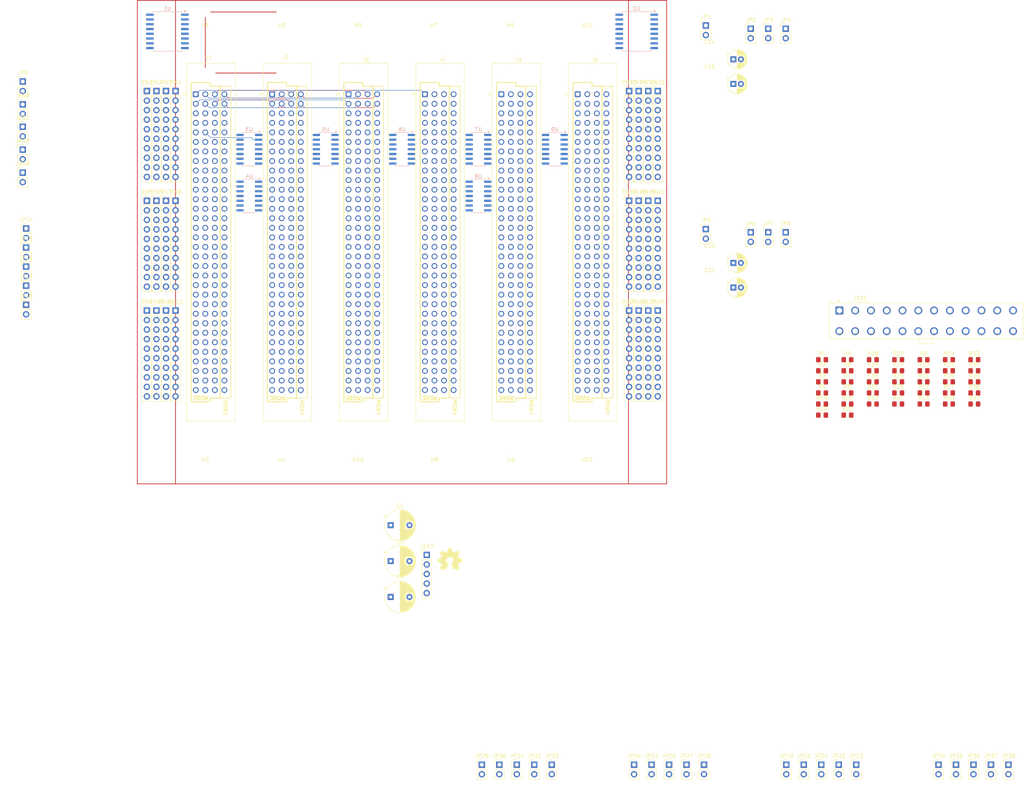
<source format=kicad_pcb>
(kicad_pcb (version 20240108) (generator "pcbnew") (generator_version "8.0")
  (layers (0 "F.Cu" signal) (1 "In1.Cu" signal) (2 "In2.Cu" signal) (31 "B.Cu" signal) (34 "B.Paste" user) (35 "F.Paste" user) (36 "B.SilkS" user "B.Silkscreen") (37 "F.SilkS" user "F.Silkscreen") (38 "B.Mask" user) (39 "F.Mask" user) (44 "Edge.Cuts" user))
  (net 0 "")
  (net 1 "GND")
  (net 2 "+5V")
  (net 3 "+12V")
  (net 4 "-12V")
  (net 5 "Net-(JP1-B)")
  (net 6 "Net-(JP3-B)")
  (net 7 "Net-(JP5-B)")
  (net 8 "Net-(JP7-B)")
  (net 9 "A6")
  (net 10 "~{BR0}")
  (net 11 "AM3")
  (net 12 "D2")
  (net 13 "~{IRQ2}")
  (net 14 "A20")
  (net 15 "D6")
  (net 16 "~{BR2}")
  (net 17 "D15")
  (net 18 "~{IRQ1}")
  (net 19 "D0")
  (net 20 "A7")
  (net 21 "A13")
  (net 22 "A26")
  (net 23 "D9")
  (net 24 "D21")
  (net 25 "A17")
  (net 26 "D18")
  (net 27 "~{IACK}")
  (net 28 "~{SLOT1_BG0OUT}")
  (net 29 "AM1")
  (net 30 "~{SLOT1_BG2IN}")
  (net 31 "~{SLOT1_BG3IN}")
  (net 32 "D19")
  (net 33 "A4")
  (net 34 "A8")
  (net 35 "D20")
  (net 36 "A28")
  (net 37 "AM4")
  (net 38 "~{SLOT1_BG1OUT}")
  (net 39 "D14")
  (net 40 "+5VStdby")
  (net 41 "A10")
  (net 42 "D29")
  (net 43 "~{SLOT1_IACKIN}")
  (net 44 "~{SLOT1_BG1IN}")
  (net 45 "~{BR3}")
  (net 46 "~{SLOT1_BG0IN}")
  (net 47 "~{LWORD}")
  (net 48 "~{SYSFAIL}")
  (net 49 "A14")
  (net 50 "D1")
  (net 51 "A30")
  (net 52 "D3")
  (net 53 "A16")
  (net 54 "D13")
  (net 55 "A15")
  (net 56 "A1")
  (net 57 "~{SERDAT}")
  (net 58 "A18")
  (net 59 "SYSCLK")
  (net 60 "A9")
  (net 61 "D4")
  (net 62 "D26")
  (net 63 "A23")
  (net 64 "~{DS0}")
  (net 65 "AM5")
  (net 66 "D31")
  (net 67 "~{BCLR}")
  (net 68 "~{DTACK}")
  (net 69 "D10")
  (net 70 "~{IRQ6}")
  (net 71 "~{BERR}")
  (net 72 "D24")
  (net 73 "AM2")
  (net 74 "~{IRQ3}")
  (net 75 "~{SLOT1_IACKOUT}")
  (net 76 "A2")
  (net 77 "D5")
  (net 78 "A3")
  (net 79 "~{WRITE}")
  (net 80 "A25")
  (net 81 "A19")
  (net 82 "A24")
  (net 83 "D27")
  (net 84 "~{BBSY}")
  (net 85 "D22")
  (net 86 "~{IRQ7}")
  (net 87 "D28")
  (net 88 "D23")
  (net 89 "~{BR1}")
  (net 90 "D7")
  (net 91 "D30")
  (net 92 "~{DS1}")
  (net 93 "A27")
  (net 94 "D11")
  (net 95 "A22")
  (net 96 "~{SLOT1_BG2OUT}")
  (net 97 "A21")
  (net 98 "~{IRQ5}")
  (net 99 "A12")
  (net 100 "~{SERCLK}")
  (net 101 "~{SYSRESET}")
  (net 102 "~{IRQ4}")
  (net 103 "AM0")
  (net 104 "A31")
  (net 105 "D12")
  (net 106 "D17")
  (net 107 "~{ACFAIL}")
  (net 108 "~{AS}")
  (net 109 "D16")
  (net 110 "D8")
  (net 111 "~{RETRY}")
  (net 112 "~{SLOT1_BG3OUT}")
  (net 113 "A5")
  (net 114 "D25")
  (net 115 "A11")
  (net 116 "A29")
  (net 117 "~{SLOT2_BG0OUT}")
  (net 118 "~{SLOT2_BG1OUT}")
  (net 119 "~{SLOT2_BG1IN}")
  (net 120 "~{SLOT2_BG3OUT}")
  (net 121 "~{SLOT2_BG2IN}")
  (net 122 "~{SLOT2_IACKOUT}")
  (net 123 "~{SLOT2_BG2OUT}")
  (net 124 "~{SLOT2_IACKIN}")
  (net 125 "~{SLOT2_BG0IN}")
  (net 126 "~{SLOT2_BG3IN}")
  (net 127 "TERM_L1_HIGH")
  (net 128 "TERM_L1_LOW")
  (net 129 "TERM_L2_HIGH")
  (net 130 "TERM_L2_LOW")
  (net 131 "TERM_R1_HIGH")
  (net 132 "TERM_R1_LOW")
  (net 133 "TERM_R2_HIGH")
  (net 134 "TERM_R2_LOW")
  (net 135 "Net-(U1A--)")
  (net 136 "Net-(U1B--)")
  (net 137 "Net-(U2B--)")
  (net 138 "Net-(U2A--)")
  (net 139 "Net-(J101-+3.3V-Pad1)")
  (footprint "Capacitor_THT:CP_Radial_D8.0mm_P5.00mm" (layer "F.Cu") (at 88.045 170.6)
    (property "Reference" "C1")
    (property "Value" "10uF")
  )
  (footprint "Resistor_SMD:R_0805_2012Metric_Pad1.20x1.40mm_HandSolder" (layer "F.Cu") (at 236.552 132.442)
    (property "Reference" "R16")
    (property "Value" "82k")
  )
  (footprint "Connector_PinHeader_2.54mm:PinHeader_1x10_P2.54mm_Vertical" (layer "F.Cu") (at 156.545 55.03)
    (property "Reference" "RN15")
    (property "Value" "4610X-104-331/471L")
  )
  (footprint "Resistor_SMD:R_0805_2012Metric_Pad1.20x1.40mm_HandSolder" (layer "F.Cu") (at 236.552 126.542)
    (property "Reference" "R14")
    (property "Value" "82k")
  )
  (footprint "Capacitor_THT:CP_Radial_D5.0mm_P2.00mm" (layer "F.Cu") (at 179.204775 100.785)
    (property "Reference" "C22")
    (property "Value" "4.7uF")
  )
  (footprint "Connector_PinHeader_2.54mm:PinHeader_1x02_P2.54mm_Vertical" (layer "F.Cu") (at 126.25 234.34)
    (property "Reference" "JP32")
    (property "Value" "BG3")
  )
  (footprint "Resistor_SMD:R_0805_2012Metric_Pad1.20x1.40mm_HandSolder" (layer "F.Cu") (at 209.552 129.492)
    (property "Reference" "R6")
    (property "Value" "470")
  )
  (footprint "Resistor_SMD:R_0805_2012Metric_Pad1.20x1.40mm_HandSolder" (layer "F.Cu") (at 236.552 138.342)
    (property "Reference" "R18")
    (property "Value" "82k")
  )
  (footprint "Connector_PinHeader_2.54mm:PinHeader_1x05_P2.54mm_Vertical" (layer "F.Cu") (at 97.640302 178.51)
    (property "Reference" "J107")
    (property "Value" "SYSTEM MONITOR")
  )
  (footprint "Connector_PinHeader_2.54mm:PinHeader_1x02_P2.54mm_Vertical" (layer "F.Cu") (at 171.39 234.34)
    (property "Reference" "JP28")
    (property "Value" "IACK")
  )
  (footprint "Connector_PinHeader_2.54mm:PinHeader_1x02_P2.54mm_Vertical" (layer "F.Cu") (at 166.74 234.34)
    (property "Reference" "JP27")
    (property "Value" "BG3")
  )
  (footprint "Connector_PinHeader_2.54mm:PinHeader_1x10_P2.54mm_Vertical" (layer "F.Cu") (at 154.005 113.45)
    (property "Reference" "RN22")
    (property "Value" "4610X-104-331/471L")
  )
  (footprint "MountingHole:MountingHole_2.7mm_M2.5_DIN965" (layer "F.Cu") (at 59.055 34)
    (property "Reference" "H3")
    (property "Value" "MountingHole")
  )
  (footprint "Resistor_SMD:R_0805_2012Metric_Pad1.20x1.40mm_HandSolder" (layer "F.Cu") (at 216.302 138.342)
    (property "Reference" "R32")
    (property "Value" "82k")
  )
  (footprint "Resistor_SMD:R_0805_2012Metric_Pad1.20x1.40mm_HandSolder" (layer "F.Cu") (at 229.802 126.542)
    (property "Reference" "R9")
    (property "Value" "82k")
  )
  (footprint "Resistor_SMD:R_0805_2012Metric_Pad1.20x1.40mm_HandSolder" (layer "F.Cu") (at 223.052 138.342)
    (property "Reference" "R27")
    (property "Value" "82k")
  )
  (footprint "Resistor_SMD:R_0805_2012Metric_Pad1.20x1.40mm_HandSolder" (layer "F.Cu") (at 209.552 141.292)
    (property "Reference" "R22")
    (property "Value" "470")
  )
  (footprint "Resistor_SMD:R_0805_2012Metric_Pad1.20x1.40mm_HandSolder" (layer "F.Cu") (at 236.552 135.392)
    (property "Reference" "R17")
    (property "Value" "82k")
  )
  (footprint "Connector_PinHeader_2.54mm:PinHeader_1x02_P2.54mm_Vertical" (layer "F.Cu") (at 188.465 38.435)
    (property "Reference" "JP3")
    (property "Value" "PASSIVE/ACTIVE")
  )
  (footprint "Connector_PinHeader_2.54mm:PinHeader_1x02_P2.54mm_Vertical" (layer "F.Cu") (at 162.09 234.34)
    (property "Reference" "JP26")
    (property "Value" "BG2")
  )
  (footprint "Connector_PinHeader_2.54mm:PinHeader_1x02_P2.54mm_Vertical" (layer "F.Cu") (at 238.42 234.34)
    (property "Reference" "JP35")
    (property "Value" "BG1")
  )
  (footprint "Connector_PinHeader_2.54mm:PinHeader_1x02_P2.54mm_Vertical" (layer "F.Cu") (at 207.23 234.34)
    (property "Reference" "JP22")
    (property "Value" "BG3")
  )
  (footprint "Connector_PinHeader_2.54mm:PinHeader_1x02_P2.54mm_Vertical" (layer "F.Cu") (at -9.825 64.555)
    (property "Reference" "JP11")
    (property "Value" "BR2 LOOPBACK")
  )
  (footprint "Connector_PinHeader_2.54mm:PinHeader_1x02_P2.54mm_Vertical" (layer "F.Cu") (at 197.93 234.34)
    (property "Reference" "JP20")
    (property "Value" "BG1")
  )
  (footprint "Resistor_SMD:R_0805_2012Metric_Pad1.20x1.40mm_HandSolder" (layer "F.Cu") (at 243.302 129.492)
    (property "Reference" "R34")
    (property "Value" "82k")
  )
  (footprint "Connector_PinHeader_2.54mm:PinHeader_1x10_P2.54mm_Vertical" (layer "F.Cu") (at 25.735 55.03)
    (property "Reference" "RN2")
    (property "Value" "4610X-104-331/471L")
  )
  (footprint "Connector_PinHeader_2.54mm:PinHeader_1x10_P2.54mm_Vertical" (layer "F.Cu") (at 159.085 84.24)
    (property "Reference" "RN20")
    (property "Value" "4610X-104-331/471L")
  )
  (footprint "Connector_PinHeader_2.54mm:PinHeader_1x02_P2.54mm_Vertical" (layer "F.Cu") (at 252.37 234.34)
    (property "Reference" "JP38")
    (property "Value" "IACK")
  )
  (footprint "Computie_Connectors:DIN41612_C_4x32_Female_Vertical_THT" (layer "F.Cu") (at 120.015 55.88)
    (property "Reference" "J3")
    (property "Value" "VME-J1-4R-NS")
  )
  (footprint "Connector_PinHeader_2.54mm:PinHeader_1x02_P2.54mm_Vertical" (layer "F.Cu") (at 193.115 92.635)
    (property "Reference" "JP8")
    (property "Value" "PASSIVE/ACTIVE")
  )
  (footprint "Computie_Connectors:DIN41612_C_4x32_Female_Vertical_THT" (layer "F.Cu") (at 79.375 55.88)
    (property "Reference" "J5")
    (property "Value" "VME-J1-4R-NS")
  )
  (footprint "Resistor_SMD:R_0805_2012Metric_Pad1.20x1.40mm_HandSolder" (layer "F.Cu") (at 229.802 135.392)
    (property "Reference" "R12")
    (property "Value" "82k")
  )
  (footprint "Resistor_SMD:R_0805_2012Metric_Pad1.20x1.40mm_HandSolder" (layer "F.Cu") (at 243.302 126.542)
    (property "Reference" "R33")
    (property "Value" "82k")
  )
  (footprint "Resistor_SMD:R_0805_2012Metric_Pad1.20x1.40mm_HandSolder" (layer "F.Cu") (at 216.302 126.542)
    (property "Reference" "R28")
    (property "Value" "82k")
  )
  (footprint "Connector_PinHeader_2.54mm:PinHeader_1x02_P2.54mm_Vertical" (layer "F.Cu") (at -8.936 106.846)
    (property "Reference" "JP17")
    (property "Value" "BG3")
  )
  (footprint "Connector_PinHeader_2.54mm:PinHeader_1x10_P2.54mm_Vertical" (layer "F.Cu") (at 23.195 113.45)
    (property "Reference" "RN9")
    (property "Value" "4610X-104-331/471L")
  )
  (footprint "Connector_PinHeader_2.54mm:PinHeader_1x10_P2.54mm_Vertical" (layer "F.Cu") (at 30.815 84.24)
    (property "Reference" "RN8")
    (property "Value" "4610X-104-331/471L")
  )
  (footprint "Symbol:OSHW-Symbol_6.7x6mm_SilkScreen" (layer "F.Cu") (at 103.772338 179.665693)
    (property "Reference" "S1" (hide yes))
    (property "Value" "Logo_Open_Hardware_Small" (hide yes))
  )
  (footprint "Connector_PinHeader_2.54mm:PinHeader_1x02_P2.54mm_Vertical" (layer "F.Cu") (at 157.44 234.34)
    (property "Reference" "JP25")
    (property "Value" "BG1")
  )
  (footprint "Connector_PinHeader_2.54mm:PinHeader_1x10_P2.54mm_Vertical" (layer "F.Cu") (at 28.275 55.03)
    (property "Reference" "RN3")
    (property "Value" "4610X-104-331/471L")
  )
  (footprint "Computie_Connectors:DIN41612_C_4x32_Female_Vertical_THT" (layer "F.Cu") (at 99.695 55.88)
    (property "Reference" "J4")
    (property "Value" "VME-J1-4R-NS")
  )
  (footprint "Resistor_SMD:R_0805_2012Metric_Pad1.20x1.40mm_HandSolder" (layer "F.Cu") (at 243.302 132.442)
    (property "Reference" "R35")
    (property "Value" "82k")
  )
  (footprint "Resistor_SMD:R_0805_2012Metric_Pad1.20x1.40mm_HandSolder" (layer "F.Cu") (at 209.552 135.392)
    (property "Reference" "R8")
    (property "Value" "470")
  )
  (footprint "Connector_PinHeader_2.54mm:PinHeader_1x10_P2.54mm_Vertical" (layer "F.Cu") (at 23.195 55.03)
    (property "Reference" "RN1")
    (property "Value" "4610X-104-331/471L")
  )
  (footprint "Connector_PinHeader_2.54mm:PinHeader_1x10_P2.54mm_Vertical" (layer "F.Cu") (at 156.545 84.24)
    (property "Reference" "RN19")
    (property "Value" "4610X-104-331/471L")
  )
  (footprint "Connector_PinHeader_2.54mm:PinHeader_1x02_P2.54mm_Vertical" (layer "F.Cu") (at -8.936 96.686)
    (property "Reference" "JP15")
    (property "Value" "BG1")
  )
  (footprint "Capacitor_THT:CP_Radial_D5.0mm_P2.00mm" (layer "F.Cu") (at 179.204775 107.335)
    (property "Reference" "C24")
    (property "Value" "4.7uF")
  )
  (footprint "Connector_PinHeader_2.54mm:PinHeader_1x02_P2.54mm_Vertical" (layer "F.Cu") (at -9.825 52.49)
    (property "Reference" "JP9")
    (property "Value" "BR0 LOOPBACK")
  )
  (footprint "Capacitor_THT:CP_Radial_D8.0mm_P5.00mm" (layer "F.Cu") (at 88.045 180.15)
    (property "Reference" "C3")
    (property "Value" "10uF")
  )
  (footprint "Resistor_SMD:R_0805_2012Metric_Pad1.20x1.40mm_HandSolder" (layer "F.Cu") (at 223.052 126.542)
    (property "Reference" "R23")
    (property "Value" "82k")
  )
  (footprint "Resistor_SMD:R_0805_2012Metric_Pad1.20x1.40mm_HandSolder" (layer "F.Cu") (at 243.302 138.342)
    (property "Reference" "R37")
    (property "Value" "82k")
  )
  (footprint "Resistor_SMD:R_0805_2012Metric_Pad1.20x1.40mm_HandSolder" (layer "F.Cu") (at 216.302 135.392)
    (property "Reference" "R31")
    (property "Value" "82k")
  )
  (footprint "MountingHole:MountingHole_2.7mm_M2.5_DIN965" (layer "F.Cu") (at 59.055 156.5)
    (property "Reference" "H4")
    (property "Value" "MountingHole")
  )
  (footprint "Connector_PinHeader_2.54mm:PinHeader_1x10_P2.54mm_Vertical" (layer "F.Cu") (at 151.465 113.45)
    (property "Reference" "RN21")
    (property "Value" "4610X-104-331/471L")
  )
  (footprint "Connector_PinHeader_2.54mm:PinHeader_1x02_P2.54mm_Vertical" (layer "F.Cu") (at 233.77 234.34)
    (property "Reference" "JP34")
    (property "Value" "BG0")
  )
  (footprint "Connector_PinHeader_2.54mm:PinHeader_1x10_P2.54mm_Vertical" (layer "F.Cu") (at 28.275 84.24)
    (property "Reference" "RN7")
    (property "Value" "4610X-104-331/471L")
  )
  (footprint "Resistor_SMD:R_0805_2012Metric_Pad1.20x1.40mm_HandSolder" (layer "F.Cu") (at 223.052 132.442)
    (property "Reference" "R25")
    (property "Value" "82k")
  )
  (footprint "Connector_PinHeader_2.54mm:PinHeader_1x02_P2.54mm_Vertical" (layer "F.Cu") (at 247.72 234.34)
    (property "Reference" "JP37")
    (property "Value" "BG3")
  )
  (footprint "Resistor_SMD:R_0805_2012Metric_Pad1.20x1.40mm_HandSolder" (layer "F.Cu") (at 202.802 129.492)
    (property "Reference" "R2")
    (property "Value" "330")
  )
  (footprint "Connector_PinHeader_2.54mm:PinHeader_1x02_P2.54mm_Vertical" (layer "F.Cu") (at 171.88 91.785)
    (property "Reference" "JP5")
    (property "Value" "PASSIVE/ACTIVE")
  )
  (footprint "MountingHole:MountingHole_2.7mm_M2.5_DIN965" (layer "F.Cu") (at 79.375 156.5)
    (property "Reference" "H10")
    (property "Value" "MountingHole")
  )
  (footprint "Resistor_SMD:R_0805_2012Metric_Pad1.20x1.40mm_HandSolder" (layer "F.Cu") (at 209.552 126.542)
    (property "Reference" "R5")
    (property "Value" "330")
  )
  (footprint "Connector_PinHeader_2.54mm:PinHeader_1x10_P2.54mm_Vertical" (layer "F.Cu") (at 151.465 55.03)
    (property "Reference" "RN13")
    (property "Value" "4610X-104-331/471L")
  )
  (footprint "Connector_PinHeader_2.54mm:PinHeader_1x02_P2.54mm_Vertical" (layer "F.Cu") (at 171.88 37.585)
    (property "Reference" "JP1")
    (property "Value" "PASSIVE/ACTIVE")
  )
  (footprint "Connector_PinHeader_2.54mm:PinHeader_1x02_P2.54mm_Vertical" (layer "F.Cu") (at 152.79 234.34)
    (property "Reference" "JP24")
    (property "Value" "BG0")
  )
  (footprint "MountingHole:MountingHole_2.7mm_M2.5_DIN965" (layer "F.Cu") (at 140.335 34)
    (property "Reference" "H11")
    (property "Value" "MountingHole")
  )
  (footprint "Connector_PinHeader_2.54mm:PinHeader_1x02_P2.54mm_Vertical" (layer "F.Cu") (at 121.6 234.34)
    (property "Reference" "JP31")
    (property "Value" "BG2")
  )
  (footprint "MountingHole:MountingHole_2.7mm_M2.5_DIN965" (layer "F.Cu") (at 120.015 156.5)
    (property "Reference" "H6")
    (property "Value" "MountingHole")
  )
  (footprint "Resistor_SMD:R_0805_2012Metric_Pad1.20x1.40mm_HandSolder" (layer "F.Cu") (at 209.552 138.342)
    (property "Reference" "R21")
    (property "Value" "330")
  )
  (footprint "Connector_PinHeader_2.54mm:PinHeader_1x10_P2.54mm_Vertical" (layer "F.Cu") (at 159.085 55.03)
    (property "Reference" "RN16")
    (property "Value" "4610X-104-331/471L")
  )
  (footprint "Computie_Connectors:DIN41612_C_4x32_Female_Vertical_THT" (layer "F.Cu") (at 38.735 55.88)
    (property "Reference" "J1")
    (property "Value" "VME-J1-4R-NS")
  )
  (footprint "Connector_PinHeader_2.54mm:PinHeader_1x02_P2.54mm_Vertical" (layer "F.Cu") (at -8.936 111.926)
    (property "Reference" "JP18")
    (property "Value" "IACK")
  )
  (footprint "Resistor_SMD:R_0805_2012Metric_Pad1.20x1.40mm_HandSolder" (layer "F.Cu") (at 229.802 138.342)
    (property "Reference" "R13")
    (property "Value" "82k")
  )
  (footprint "Connector_PinHeader_2.54mm:PinHeader_1x02_P2.54mm_Vertical" (layer "F.Cu") (at 112.3 234.34)
    (property "Reference" "JP29")
    (property "Value" "BG0")
  )
  (footprint "Connector_PinHeader_2.54mm:PinHeader_1x02_P2.54mm_Vertical" (layer "F.Cu") (at 193.115 38.435)
    (property "Reference" "JP4")
    (property "Value" "PASSIVE/ACTIVE")
  )
  (footprint "Resistor_SMD:R_0805_2012Metric_Pad1.20x1.40mm_HandSolder" (layer "F.Cu") (at 216.302 132.442)
    (property "Reference" "R30")
    (property "Value" "82k")
  )
  (footprint "Connector_PinHeader_2.54mm:PinHeader_1x10_P2.54mm_Vertical" (layer "F.Cu") (at 30.815 55.03)
    (property "Reference" "RN4")
    (property "Value" "4610X-104-331/471L")
  )
  (footprint "MountingHole:MountingHole_2.7mm_M2.5_DIN965" (layer "F.Cu") (at 38.735 34)
    (property "Reference" "H1")
    (property "Value" "MountingHole")
  )
  (footprint "MountingHole:MountingHole_2.7mm_M2.5_DIN965" (layer "F.Cu") (at 79.375 34)
    (property "Reference" "H9")
    (property "Value" "MountingHole")
  )
  (footprint "Resistor_SMD:R_0805_2012Metric_Pad1.20x1.40mm_HandSolder" (layer "F.Cu") (at 202.802 141.292)
    (property "Reference" "R20")
    (property "Value" "470")
  )
  (footprint "Connector_PinHeader_2.54mm:PinHeader_1x02_P2.54mm_Vertical" (layer "F.Cu") (at -9.825 70.651)
    (property "Reference" "JP12")
    (property "Value" "BR3 LOOPBACK")
  )
  (footprint "Connector_PinHeader_2.54mm:PinHeader_1x10_P2.54mm_Vertical" (layer "F.Cu") (at 30.815 113.45)
    (property "Reference" "RN12")
    (property "Value" "4610X-104-331/471L")
  )
  (footprint "Resistor_SMD:R_0805_2012Metric_Pad1.20x1.40mm_HandSolder" (layer "F.Cu") (at 202.802 132.442)
    (property "Reference" "R3")
    (property "Value" "330")
  )
  (footprint "Computie_Connectors:TE_1-1775099-3_ATX_24_Pin_PowerSupply" (layer "F.Cu") (at 230.502 116.1986)
    (property "Reference" "J101")
    (property "Value" "ATX-24")
  )
  (footprint "Connector_PinHeader_2.54mm:PinHeader_1x10_P2.54mm_Vertical" (layer "F.Cu") (at 25.735 113.45)
    (property "Reference" "RN10")
    (property "Value" "4610X-104-331/471L")
  )
  (footprint "Connector_PinHeader_2.54mm:PinHeader_1x02_P2.54mm_Vertical" (layer "F.Cu") (at 211.88 234.34)
    (property "Reference" "JP23")
    (property "Value" "IACK")
  )
  (footprint "Computie_Connectors:DIN41612_C_4x32_Female_Vertical_THT" (layer "F.Cu") (at 140.335 55.88)
    (property "Reference" "J6")
    (property "Value" "VME-J1-4R-NS")
  )
  (footprint "Connector_PinHeader_2.54mm:PinHeader_1x10_P2.54mm_Vertical" (layer "F.Cu") (at 154.005 84.24)
    (property "Reference" "RN18")
    (property "Value" "4610X-104-331/471L")
  )
  (footprint "Resistor_SMD:R_0805_2012Metric_Pad1.20x1.40mm_HandSolder" (layer "F.Cu") (at 202.802 138.342)
    (property "Reference" "R19")
    (property "Value" "330")
  )
  (footprint "Resistor_SMD:R_0805_2012Metric_Pad1.20x1.40mm_HandSolder" (layer "F.Cu") (at 223.052 129.492)
    (property "Reference" "R24")
    (property "Value" "82k")
  )
  (footprint "Resistor_SMD:R_0805_2012Metric_Pad1.20x1.40mm_HandSolder" (layer "F.Cu") (at 229.802 129.492)
    (property "Reference" "R10")
    (property "Value" "82k")
  )
  (footprint "Connector_PinHeader_2.54mm:PinHeader_1x02_P2.54mm_Vertical" (layer "F.Cu") (at -9.825 58.586)
    (property "Reference" "JP10")
    (property "Value" "BR1 LOOPBACK")
  )
  (footprint "MountingHole:MountingHole_2.7mm_M2.5_DIN965" (layer "F.Cu") (at 140.335 156.5)
    (property "Reference" "H12")
    (property "Value" "MountingHole")
  )
  (footprint "Resistor_SMD:R_0805_2012Metric_Pad1.20x1.40mm_HandSolder" (layer "F.Cu") (at 229.802 132.442)
    (property "Reference" "R11")
    (property "Value" "82k")
  )
  (footprint "Connector_PinHeader_2.54mm:PinHeader_1x10_P2.54mm_Vertical" (layer "F.Cu") (at 154.005 55.03)
    (property "Reference" "RN14")
    (property "Value" "4610X-104-331/471L")
  )
  (footprint "Connector_PinHeader_2.54mm:PinHeader_1x02_P2.54mm_Vertical" (layer "F.Cu") (at -8.936 91.606)
    (property "Reference" "JP14")
    (property "Value" "BG0")
  )
  (footprint "Capacitor_THT:CP_Radial_D8.0mm_P5.00mm" (layer "F.Cu") (at 88.045 189.7)
    (property "Reference" "C5")
    (property "Value" "10uF")
  )
  (footprint "Connector_PinHeader_2.54mm:PinHeader_1x02_P2.54mm_Vertical" (layer "F.Cu") (at 183.815 92.635)
    (property "Reference" "JP6")
    (property "Value" "PASSIVE/ACTIVE")
  )
  (footprint "Resistor_SMD:R_0805_2012Metric_Pad1.20x1.40mm_HandSolder" (layer "F.Cu") (at 209.552 132.442)
    (property "Reference" "R7")
    (property "Value" "330")
  )
  (footprint "Connector_PinHeader_2.54mm:PinHeader_1x02_P2.54mm_Vertical" (layer "F.Cu") (at 188.465 92.635)
    (property "Reference" "JP7")
    (property "Value" "PASSIVE/ACTIVE")
  )
  (footprint "Connector_PinHeader_2.54mm:PinHeader_1x10_P2.54mm_Vertical" (layer "F.Cu") (at 23.195 84.24)
    (property "Reference" "RN5")
    (property "Value" "4610X-104-331/471L")
  )
  (footprint "Resistor_SMD:R_0805_2012Metric_Pad1.20x1.40mm_HandSolder" (layer "F.Cu") (at 236.552 129.492)
    (property "Reference" "R15")
    (property "Value" "82k")
  )
  (footprint "Resistor_SMD:R_0805_2012Metric_Pad1.20x1.40mm_HandSolder" (layer "F.Cu") (at 202.802 126.542)
    (property "Reference" "R1")
    (property "Value" "470")
  )
  (footprint "Connector_PinHeader_2.54mm:PinHeader_1x10_P2.54mm_Vertical" (layer "F.Cu") (at 151.465 84.24)
    (property "Reference" "RN17")
    (property "Value" "4610X-104-331/471L")
  )
  (footprint "Capacitor_THT:CP_Radial_D5.0mm_P2.00mm" (layer "F.Cu") (at 179.204775 53.135)
    (property "Reference" "C16")
    (property "Value" "4.7uF")
  )
  (footprint "Connector_PinHeader_2.54mm:PinHeader_1x02_P2.54mm_Vertical" (layer "F.Cu") (at -9.825 76.747)
    (property "Reference" "JP13")
    (property "Value" "IACK LOOPBACK")
  )
  (footprint "Connector_PinHeader_2.54mm:PinHeader_1x10_P2.54mm_Vertical" (layer "F.Cu") (at 25.735 84.24)
    (property "Reference" "RN6")
    (property "Value" "4610X-104-331/471L")
  )
  (footprint "Resistor_SMD:R_0805_2012Metric_Pad1.20x1.40mm_HandSolder" (layer "F.Cu") (at 243.302 135.392)
    (property "Reference" "R36")
    (property "Value" "82k")
  )
  (footprint "Connector_PinHeader_2.54mm:PinHeader_1x02_P2.54mm_Vertical" (layer "F.Cu") (at 193.28 234.34)
    (property "Reference" "JP19")
    (property "Value" "BG0")
  )
  (footprint "Connector_PinHeader_2.54mm:PinHeader_1x02_P2.54mm_Vertical" (layer "F.Cu") (at 183.815 38.435)
    (property "Reference" "JP2")
    (property "Value" "PASSIVE/ACTIVE")
  )
  (footprint "Resistor_SMD:R_0805_2012Metric_Pad1.20x1.40mm_HandSolder" (layer "F.Cu") (at 202.802 135.392)
    (property "Reference" "R4")
    (property "Value" "470")
  )
  (footprint "Connector_PinHeader_2.54mm:PinHeader_1x10_P2.54mm_Vertical" (layer "F.Cu") (at 156.545 113.45)
    (property "Reference" "RN23")
    (property "Value" "4610X-104-331/471L")
  )
  (footprint "Connector_PinHeader_2.54mm:PinHeader_1x02_P2.54mm_Vertical" (layer "F.Cu") (at 130.9 234.34)
    (property "Reference" "JP33")
    (property "Value" "IACK")
  )
  (footprint "Connector_PinHeader_2.54mm:PinHeader_1x02_P2.54mm_Vertical" (layer "F.Cu") (at 116.95 234.34)
    (property "Reference" "JP30")
    (property "Value" "BG1")
  )
  (footprint "Computie_Connectors:DIN41612_C_4x32_Female_Vertical_THT" (layer "F.Cu") (at 59.055 55.88)
    (property "Reference" "J2")
    (property "Value" "VME-J1-4R-NS")
  )
  (footprint "Connector_PinHeader_2.54mm:PinHeader_1x10_P2.54mm_Vertical" (layer "F.Cu") (at 159.085 113.45)
    (property "Reference" "RN24")
    (property "Value" "4610X-104-331/471L")
  )
  (footprint "Connector_PinHeader_2.54mm:PinHeader_1x10_P2.54mm_Vertical" (layer "F.Cu") (at 28.275 113.45)
    (property "Reference" "RN11")
    (property "Value" "4610X-104-331/471L")
  )
  (footprint "Resistor_SMD:R_0805_2012Metric_Pad1.20x1.40mm_HandSolder" (layer "F.Cu") (at 223.052 135.392)
    (property "Reference" "R26")
    (property "Value" "82k")
  )
  (footprint "Connector_PinHeader_2.54mm:PinHeader_1x02_P2.54mm_Vertical" (layer "F.Cu") (at 243.07 234.34)
    (property "Reference" "JP36")
    (property "Value" "BG2")
  )
  (footprint "MountingHole:MountingHole_2.7mm_M2.5_DIN965" (layer "F.Cu") (at 99.695 34)
    (property "Reference" "H7")
    (property "Value" "MountingHole")
  )
  (footprint "Connector_PinHeader_2.54mm:PinHeader_1x02_P2.54mm_Vertical" (layer "F.Cu") (at -8.936 101.766)
    (property "Reference" "JP16")
    (property "Value" "BG2")
  )
  (footprint "MountingHole:MountingHole_2.7mm_M2.5_DIN965" (layer "F.Cu") (at 38.735 156.5)
    (property "Reference" "H2")
    (property "Value" "MountingHole")
  )
  (footprint "Connector_PinHeader_2.54mm:PinHeader_1x02_P2.54mm_Vertical" (layer "F.Cu") (at 202.58 234.34)
    (property "Reference" "JP21")
    (property "Value" "BG2")
  )
  (footprint "MountingHole:MountingHole_2.7mm_M2.5_DIN965" (layer "F.Cu") (at 99.695 156.5)
    (property "Reference" "H8")
    (property "Value" "MountingHole")
  )
  (footprint "MountingHole:MountingHole_2.7mm_M2.5_DIN965" (layer "F.Cu") (at 120.015 34)
    (property "Reference" "H5")
    (property "Value" "MountingHole")
  )
  (footprint "Resistor_SMD:R_0805_2012Metric_Pad1.20x1.40mm_HandSolder" (layer "F.Cu") (at 216.302 129.492)
    (property "Reference" "R29")
    (property "Value" "82k")
  )
  (footprint "Capacitor_THT:CP_Radial_D5.0mm_P2.00mm" (layer "F.Cu") (at 179.204775 46.585)
    (property "Reference" "C14")
    (property "Value" "4.7uF")
  )
  (footprint "Package_SO:SOIC-14_3.9x8.7mm_P1.27mm" (layer "B.Cu") (at 50.438 70.524 180)
    (property "Reference" "U3")
    (property "Value" "74ACT32")
  )
  (footprint "Package_SO:SOIC-14_3.9x8.7mm_P1.27mm" (layer "B.Cu") (at 131.718 70.524 180)
    (property "Reference" "U9")
    (property "Value" "74ACT32")
  )
  (footprint "Package_SO:SOIC-14_3.9x8.7mm_P1.27mm" (layer "B.Cu") (at 91.078 70.524 180)
    (property "Reference" "U6")
    (property "Value" "74ACT32")
  )
  (footprint "Package_SO:SOIC-14_3.9x8.7mm_P1.27mm" (layer "B.Cu") (at 70.758 70.524 180)
    (property "Reference" "U5")
    (property "Value" "74ACT32")
  )
  (footprint "Package_SO:SOIC-14_3.9x8.7mm_P1.27mm" (layer "B.Cu") (at 50.438 82.97 180)
    (property "Reference" "U4")
    (property "Value" "74ACT32")
  )
  (footprint "Package_SO:SOIC-14_3.9x8.7mm_P1.27mm" (layer "B.Cu") (at 111.398 70.524 180)
    (property "Reference" "U7")
    (property "Value" "74ACT32")
  )
  (footprint "Package_SO:SOIC-16W_7.5x10.3mm_P1.27mm" (layer "B.Cu") (at 28.656 39.155 180)
    (property "Reference" "U1")
    (property "Value" "TCA0372_Dual_OpAmp")
  )
  (footprint "Package_SO:SOIC-16W_7.5x10.3mm_P1.27mm" (layer "B.Cu") (at 153.497 39.155 180)
    (property "Reference" "U2")
    (property "Value" "TCA0372_Dual_OpAmp")
  )
  (footprint "Package_SO:SOIC-14_3.9x8.7mm_P1.27mm" (layer "B.Cu") (at 111.398 82.97 180)
    (property "Reference" "U8")
    (property "Value" "74ACT32")
  )
  (gr_line (start 38.735 34) (end 59.055 34) (stroke (width 0.2)) (layer "F.Cu"))
  (gr_line (start 38.735 34) (end 38.735 50.25) (stroke (width 0.2)) (layer "F.Cu"))
  (gr_line (start 38.735 50.25) (end 59.055 50.25) (stroke (width 0.2)) (layer "F.Cu"))
  (gr_rect (start 20.655 30.9) (end 161.455 159.6) (stroke (width 0.2)) (fill none) (layer "F.Cu"))
  (gr_line (start 30.815 30.9) (end 30.815 159.6) (stroke (width 0.2)) (layer "F.Cu"))
  (gr_line (start 151.295 30.9) (end 151.295 159.6) (stroke (width 0.2)) (layer "F.Cu"))
  (segment (start 44.8535 59.4585) (end 63.0965 59.4585) (width 0.127) (layer "F.Cu") (net 1))
  (segment (start 65.1735 59.4585) (end 83.4165 59.4585) (width 0.127) (layer "F.Cu") (net 1))
  (segment (start 63.0965 59.4585) (end 64.135 58.42) (width 0.127) (layer "F.Cu") (net 1))
  (segment (start 43.815 58.42) (end 44.8535 59.4585) (width 0.127) (layer "F.Cu") (net 1))
  (segment (start 83.4165 59.4585) (end 84.455 58.42) (width 0.127) (layer "F.Cu") (net 1))
  (segment (start 64.135 58.42) (end 65.1735 59.4585) (width 0.127) (layer "F.Cu") (net 1))
  (segment (start 83.4 56.935) (end 84.455 55.88) (width 0.127) (layer "F.Cu") (net 2))
  (segment (start 44.8535 56.9185) (end 63.0965 56.9185) (width 0.127) (layer "F.Cu") (net 2))
  (segment (start 43.815 55.88) (end 44.8535 56.9185) (width 0.127) (layer "F.Cu") (net 2))
  (segment (start 64.135 55.88) (end 65.19 56.935) (width 0.127) (layer "F.Cu") (net 2))
  (segment (start 65.19 56.935) (end 83.4 56.935) (width 0.127) (layer "F.Cu") (net 2))
  (segment (start 63.0965 56.9185) (end 64.135 55.88) (width 0.127) (layer "F.Cu") (net 2))
  (segment (start 55.4765 54.8415) (end 56.515 55.88) (width 0.127) (layer "B.Cu") (net 19))
  (segment (start 77.8735 54.8415) (end 96.1165 54.8415) (width 0.127) (layer "B.Cu") (net 19))
  (segment (start 75.7965 54.8415) (end 76.835 55.88) (width 0.127) (layer "B.Cu") (net 19))
  (segment (start 56.515 55.88) (end 57.5535 54.8415) (width 0.127) (layer "B.Cu") (net 19))
  (segment (start 37.2335 54.8415) (end 55.4765 54.8415) (width 0.127) (layer "B.Cu") (net 19))
  (segment (start 96.1165 54.8415) (end 97.155 55.88) (width 0.127) (layer "B.Cu") (net 19))
  (segment (start 36.195 55.88) (end 37.2335 54.8415) (width 0.127) (layer "B.Cu") (net 19))
  (segment (start 57.5535 54.8415) (end 75.7965 54.8415) (width 0.127) (layer "B.Cu") (net 19))
  (segment (start 76.835 55.88) (end 77.8735 54.8415) (width 0.127) (layer "B.Cu") (net 19))
  (segment (start 42.3135 57.3815) (end 60.5565 57.3815) (width 0.127) (layer "F.Cu") (net 23))
  (segment (start 41.275 58.42) (end 42.3135 57.3815) (width 0.127) (layer "F.Cu") (net 23))
  (segment (start 60.5565 57.3815) (end 61.595 58.42) (width 0.127) (layer "F.Cu") (net 23))
  (segment (start 38.735 66.04) (end 40.1155 67.4205) (width 0.127) (layer "B.Cu") (net 28))
  (segment (start 50.9525 67.4205) (end 51.516 67.984) (width 0.127) (layer "B.Cu") (net 28))
  (segment (start 40.1155 67.4205) (end 50.9525 67.4205) (width 0.127) (layer "B.Cu") (net 28))
  (segment (start 51.516 67.984) (end 52.913 67.984) (width 0.127) (layer "B.Cu") (net 28))
  (segment (start 56.515 58.42) (end 57.5535 57.3815) (width 0.127) (layer "B.Cu") (net 50))
  (segment (start 57.5535 57.3815) (end 75.7965 57.3815) (width 0.127) (layer "B.Cu") (net 50))
  (segment (start 75.7965 57.3815) (end 76.835 58.42) (width 0.127) (layer "B.Cu") (net 50))
  (segment (start 37.2335 57.3815) (end 55.4765 57.3815) (width 0.127) (layer "B.Cu") (net 50))
  (segment (start 36.195 58.42) (end 37.2335 57.3815) (width 0.127) (layer "B.Cu") (net 50))
  (segment (start 55.4765 57.3815) (end 56.515 58.42) (width 0.127) (layer "B.Cu") (net 50))
  (segment (start 78.3365 59.4585) (end 79.375 58.42) (width 0.127) (layer "B.Cu") (net 67))
  (segment (start 39.7735 59.4585) (end 58.0165 59.4585) (width 0.127) (layer "B.Cu") (net 67))
  (segment (start 38.735 58.42) (end 39.7735 59.4585) (width 0.127) (layer "B.Cu") (net 67))
  (segment (start 59.055 58.42) (end 60.0935 59.4585) (width 0.127) (layer "B.Cu") (net 67))
  (segment (start 60.0935 59.4585) (end 78.3365 59.4585) (width 0.127) (layer "B.Cu") (net 67))
  (segment (start 58.0165 59.4585) (end 59.055 58.42) (width 0.127) (layer "B.Cu") (net 67))
  (segment (start 78.3365 56.9185) (end 79.375 55.88) (width 0.127) (layer "B.Cu") (net 84))
  (segment (start 60.0935 56.9185) (end 78.3365 56.9185) (width 0.127) (layer "B.Cu") (net 84))
  (segment (start 59.055 55.88) (end 60.0935 56.9185) (width 0.127) (layer "B.Cu") (net 84))
  (segment (start 39.7735 56.9185) (end 58.0165 56.9185) (width 0.127) (layer "B.Cu") (net 84))
  (segment (start 38.735 55.88) (end 39.7735 56.9185) (width 0.127) (layer "B.Cu") (net 84))
  (segment (start 58.0165 56.9185) (end 59.055 55.88) (width 0.127) (layer "B.Cu") (net 84))
  (segment (start 62.6335 54.8415) (end 80.8765 54.8415) (width 0.127) (layer "F.Cu") (net 110))
  (segment (start 60.5565 54.8415) (end 61.595 55.88) (width 0.127) (layer "F.Cu") (net 110))
  (segment (start 80.8765 54.8415) (end 81.915 55.88) (width 0.127) (layer "F.Cu") (net 110))
  (segment (start 61.595 55.88) (end 62.6335 54.8415) (width 0.127) (layer "F.Cu") (net 110))
  (segment (start 41.275 55.88) (end 42.3135 54.8415) (width 0.127) (layer "F.Cu") (net 110))
  (segment (start 42.3135 54.8415) (end 60.5565 54.8415) (width 0.127) (layer "F.Cu") (net 110))
)
</source>
